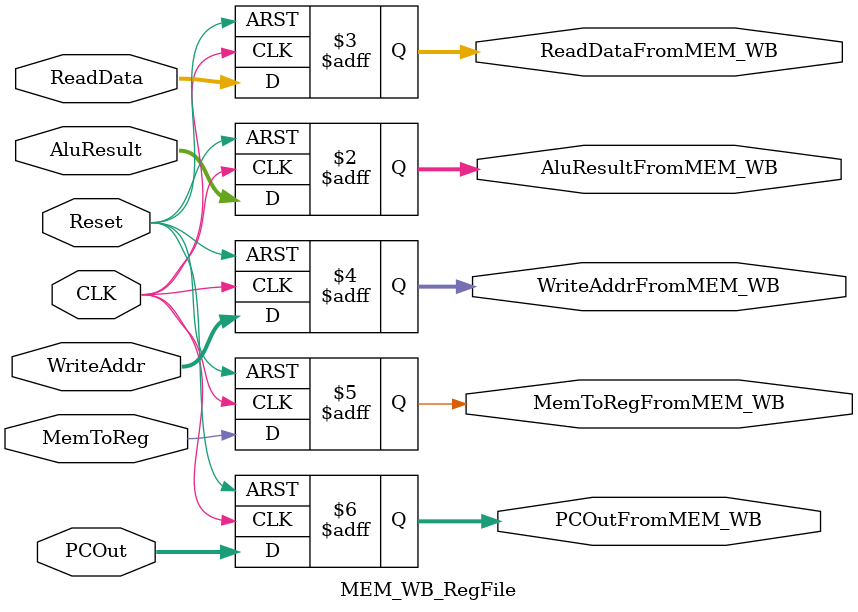
<source format=v>
`timescale 1ns / 1ps

module MEM_WB_RegFile(
    input CLK,
    input Reset,
    input[31:0] AluResult,
    input[31:0] ReadData,
    input[4:0] WriteAddr,
    input MemToReg,
    input[31:0] PCOut,
    output reg[31:0] AluResultFromMEM_WB,
    output reg[31:0] ReadDataFromMEM_WB,
    output reg[4:0] WriteAddrFromMEM_WB,
    output reg MemToRegFromMEM_WB,
    output reg[31:0] PCOutFromMEM_WB
    );

    always @(posedge CLK, posedge Reset) begin
        if (Reset) begin
            AluResultFromMEM_WB <= 0;
            ReadDataFromMEM_WB <= 0;
            WriteAddrFromMEM_WB <= 0;
            MemToRegFromMEM_WB <= 0;
            PCOutFromMEM_WB <= 0;
        end else begin
            AluResultFromMEM_WB <= AluResult;
            ReadDataFromMEM_WB <= ReadData;
            WriteAddrFromMEM_WB <= WriteAddr;
            MemToRegFromMEM_WB <= MemToReg;
            PCOutFromMEM_WB <= PCOut;
        end
    end
endmodule

</source>
